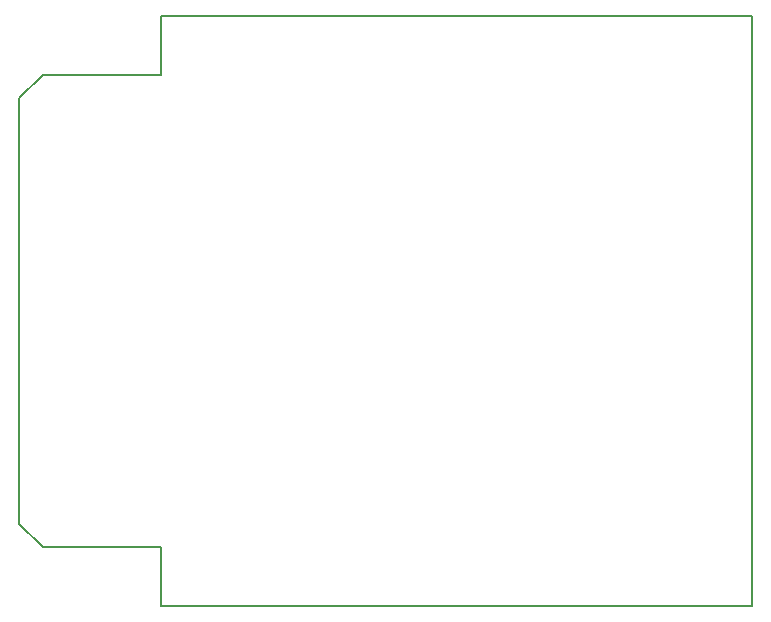
<source format=gbr>
G04 #@! TF.FileFunction,Profile,NP*
%FSLAX46Y46*%
G04 Gerber Fmt 4.6, Leading zero omitted, Abs format (unit mm)*
G04 Created by KiCad (PCBNEW 4.0.0-rc1-stable) date 11/9/2015 9:11:32 AM*
%MOMM*%
G01*
G04 APERTURE LIST*
%ADD10C,0.100000*%
%ADD11C,0.150000*%
G04 APERTURE END LIST*
D10*
D11*
X100800000Y-76200000D02*
X100800000Y-26200000D01*
X50800000Y-76200000D02*
X100800000Y-76200000D01*
X50800000Y-71200000D02*
X50800000Y-76200000D01*
X40800000Y-71200000D02*
X50800000Y-71200000D01*
X38800000Y-69200000D02*
X40800000Y-71200000D01*
X38800000Y-33200000D02*
X38800000Y-69200000D01*
X40800000Y-31200000D02*
X38800000Y-33200000D01*
X50800000Y-31200000D02*
X40800000Y-31200000D01*
X50800000Y-26200000D02*
X50800000Y-31200000D01*
X100800000Y-26200000D02*
X50800000Y-26200000D01*
M02*

</source>
